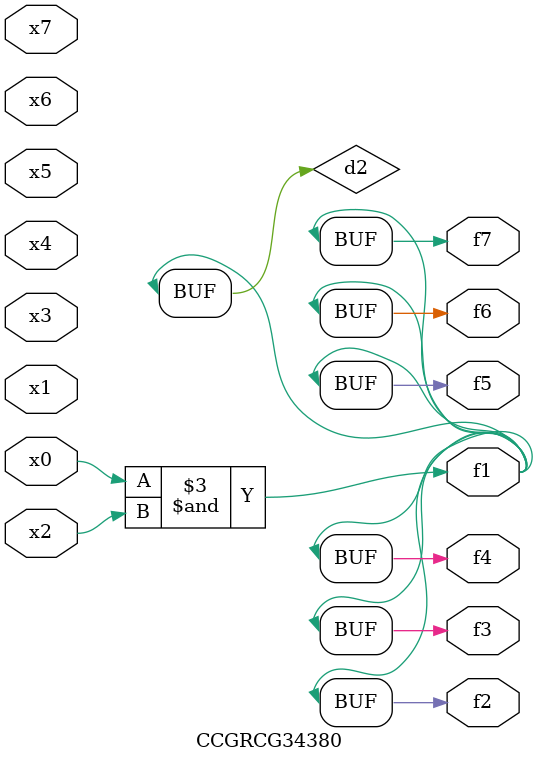
<source format=v>
module CCGRCG34380(
	input x0, x1, x2, x3, x4, x5, x6, x7,
	output f1, f2, f3, f4, f5, f6, f7
);

	wire d1, d2;

	nor (d1, x3, x6);
	and (d2, x0, x2);
	assign f1 = d2;
	assign f2 = d2;
	assign f3 = d2;
	assign f4 = d2;
	assign f5 = d2;
	assign f6 = d2;
	assign f7 = d2;
endmodule

</source>
